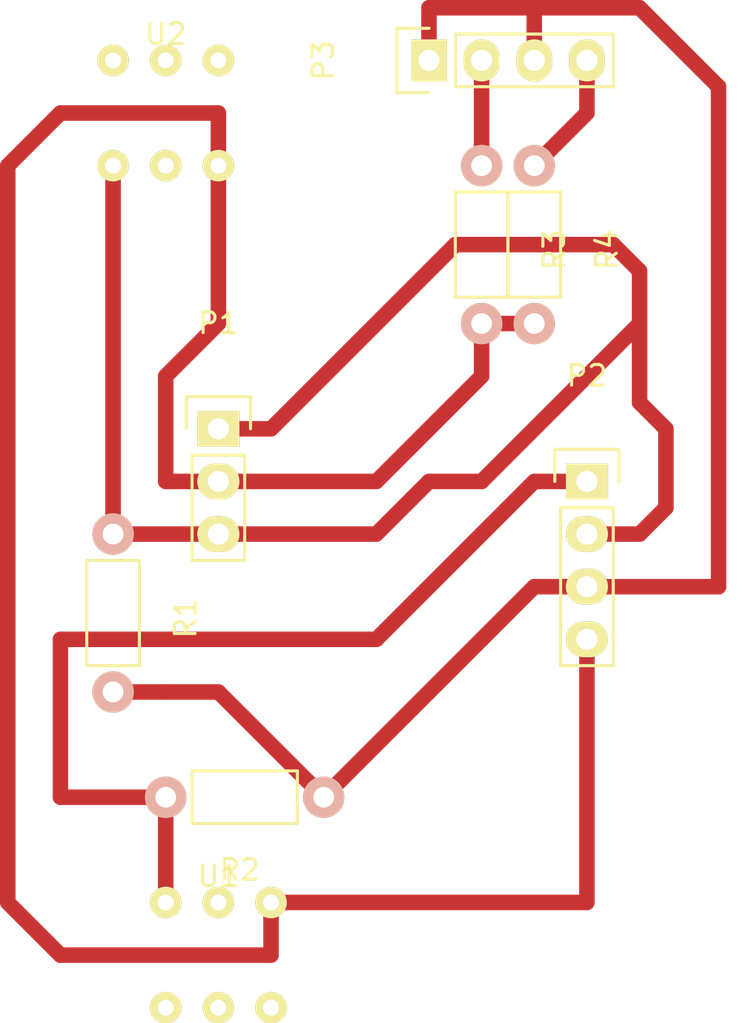
<source format=kicad_pcb>
(kicad_pcb (version 4) (host pcbnew 4.0.2+dfsg1-stable)

  (general
    (links 17)
    (no_connects 0)
    (area 141.664999 101.024999 178.455001 150.822)
    (thickness 1.6)
    (drawings 0)
    (tracks 55)
    (zones 0)
    (modules 9)
    (nets 15)
  )

  (page A4)
  (layers
    (0 F.Cu signal)
    (31 B.Cu signal)
    (32 B.Adhes user)
    (33 F.Adhes user)
    (34 B.Paste user)
    (35 F.Paste user)
    (36 B.SilkS user)
    (37 F.SilkS user)
    (38 B.Mask user)
    (39 F.Mask user)
    (40 Dwgs.User user)
    (41 Cmts.User user)
    (42 Eco1.User user)
    (43 Eco2.User user)
    (44 Edge.Cuts user)
    (45 Margin user)
    (46 B.CrtYd user)
    (47 F.CrtYd user)
    (48 B.Fab user)
    (49 F.Fab user)
  )

  (setup
    (last_trace_width 0.75)
    (trace_clearance 0.2)
    (zone_clearance 0.508)
    (zone_45_only no)
    (trace_min 0.2)
    (segment_width 0.2)
    (edge_width 0.15)
    (via_size 0.6)
    (via_drill 0.4)
    (via_min_size 0.4)
    (via_min_drill 0.3)
    (uvia_size 0.3)
    (uvia_drill 0.1)
    (uvias_allowed no)
    (uvia_min_size 0.2)
    (uvia_min_drill 0.1)
    (pcb_text_width 0.3)
    (pcb_text_size 1.5 1.5)
    (mod_edge_width 0.15)
    (mod_text_size 1 1)
    (mod_text_width 0.15)
    (pad_size 1.524 1.524)
    (pad_drill 0.762)
    (pad_to_mask_clearance 0.2)
    (aux_axis_origin 0 0)
    (visible_elements FFFFFF7F)
    (pcbplotparams
      (layerselection 0x00000_00000001)
      (usegerberextensions false)
      (excludeedgelayer true)
      (linewidth 0.100000)
      (plotframeref false)
      (viasonmask false)
      (mode 1)
      (useauxorigin false)
      (hpglpennumber 1)
      (hpglpenspeed 20)
      (hpglpendiameter 15)
      (hpglpenoverlay 2)
      (psnegative false)
      (psa4output false)
      (plotreference true)
      (plotvalue true)
      (plotinvisibletext false)
      (padsonsilk false)
      (subtractmaskfromsilk false)
      (outputformat 1)
      (mirror false)
      (drillshape 0)
      (scaleselection 1)
      (outputdirectory ""))
  )

  (net 0 "")
  (net 1 "Net-(P1-Pad1)")
  (net 2 "Net-(P1-Pad2)")
  (net 3 "Net-(P2-Pad1)")
  (net 4 "Net-(P2-Pad3)")
  (net 5 "Net-(P3-Pad2)")
  (net 6 "Net-(P3-Pad4)")
  (net 7 "Net-(U1-Pad2)")
  (net 8 "Net-(U1-Pad4)")
  (net 9 "Net-(U1-Pad5)")
  (net 10 "Net-(U1-Pad6)")
  (net 11 "Net-(U2-Pad1)")
  (net 12 "Net-(U2-Pad2)")
  (net 13 "Net-(U2-Pad3)")
  (net 14 "Net-(U2-Pad5)")

  (net_class Default "This is the default net class."
    (clearance 0.2)
    (trace_width 0.75)
    (via_dia 0.6)
    (via_drill 0.4)
    (uvia_dia 0.3)
    (uvia_drill 0.1)
    (add_net "Net-(P1-Pad1)")
    (add_net "Net-(P1-Pad2)")
    (add_net "Net-(P2-Pad1)")
    (add_net "Net-(P2-Pad3)")
    (add_net "Net-(P3-Pad2)")
    (add_net "Net-(P3-Pad4)")
    (add_net "Net-(U1-Pad2)")
    (add_net "Net-(U1-Pad4)")
    (add_net "Net-(U1-Pad5)")
    (add_net "Net-(U1-Pad6)")
    (add_net "Net-(U2-Pad1)")
    (add_net "Net-(U2-Pad2)")
    (add_net "Net-(U2-Pad3)")
    (add_net "Net-(U2-Pad5)")
  )

  (module Pin_Headers:Pin_Header_Straight_1x03 (layer F.Cu) (tedit 0) (tstamp 574174F5)
    (at 152.4 121.92)
    (descr "Through hole pin header")
    (tags "pin header")
    (path /574172D3)
    (fp_text reference P1 (at 0 -5.1) (layer F.SilkS)
      (effects (font (size 1 1) (thickness 0.15)))
    )
    (fp_text value mass_start (at 0 -3.1) (layer F.Fab)
      (effects (font (size 1 1) (thickness 0.15)))
    )
    (fp_line (start -1.75 -1.75) (end -1.75 6.85) (layer F.CrtYd) (width 0.05))
    (fp_line (start 1.75 -1.75) (end 1.75 6.85) (layer F.CrtYd) (width 0.05))
    (fp_line (start -1.75 -1.75) (end 1.75 -1.75) (layer F.CrtYd) (width 0.05))
    (fp_line (start -1.75 6.85) (end 1.75 6.85) (layer F.CrtYd) (width 0.05))
    (fp_line (start -1.27 1.27) (end -1.27 6.35) (layer F.SilkS) (width 0.15))
    (fp_line (start -1.27 6.35) (end 1.27 6.35) (layer F.SilkS) (width 0.15))
    (fp_line (start 1.27 6.35) (end 1.27 1.27) (layer F.SilkS) (width 0.15))
    (fp_line (start 1.55 -1.55) (end 1.55 0) (layer F.SilkS) (width 0.15))
    (fp_line (start 1.27 1.27) (end -1.27 1.27) (layer F.SilkS) (width 0.15))
    (fp_line (start -1.55 0) (end -1.55 -1.55) (layer F.SilkS) (width 0.15))
    (fp_line (start -1.55 -1.55) (end 1.55 -1.55) (layer F.SilkS) (width 0.15))
    (pad 1 thru_hole rect (at 0 0) (size 2.032 1.7272) (drill 1.016) (layers *.Cu *.Mask F.SilkS)
      (net 1 "Net-(P1-Pad1)"))
    (pad 2 thru_hole oval (at 0 2.54) (size 2.032 1.7272) (drill 1.016) (layers *.Cu *.Mask F.SilkS)
      (net 2 "Net-(P1-Pad2)"))
    (pad 3 thru_hole oval (at 0 5.08) (size 2.032 1.7272) (drill 1.016) (layers *.Cu *.Mask F.SilkS)
      (net 1 "Net-(P1-Pad1)"))
    (model Pin_Headers.3dshapes/Pin_Header_Straight_1x03.wrl
      (at (xyz 0 -0.1 0))
      (scale (xyz 1 1 1))
      (rotate (xyz 0 0 90))
    )
  )

  (module Pin_Headers:Pin_Header_Straight_1x04 (layer F.Cu) (tedit 0) (tstamp 574174FD)
    (at 170.18 124.46)
    (descr "Through hole pin header")
    (tags "pin header")
    (path /57417557)
    (fp_text reference P2 (at 0 -5.1) (layer F.SilkS)
      (effects (font (size 1 1) (thickness 0.15)))
    )
    (fp_text value VCC/GND/Start/Stop (at 0 -3.1) (layer F.Fab)
      (effects (font (size 1 1) (thickness 0.15)))
    )
    (fp_line (start -1.75 -1.75) (end -1.75 9.4) (layer F.CrtYd) (width 0.05))
    (fp_line (start 1.75 -1.75) (end 1.75 9.4) (layer F.CrtYd) (width 0.05))
    (fp_line (start -1.75 -1.75) (end 1.75 -1.75) (layer F.CrtYd) (width 0.05))
    (fp_line (start -1.75 9.4) (end 1.75 9.4) (layer F.CrtYd) (width 0.05))
    (fp_line (start -1.27 1.27) (end -1.27 8.89) (layer F.SilkS) (width 0.15))
    (fp_line (start 1.27 1.27) (end 1.27 8.89) (layer F.SilkS) (width 0.15))
    (fp_line (start 1.55 -1.55) (end 1.55 0) (layer F.SilkS) (width 0.15))
    (fp_line (start -1.27 8.89) (end 1.27 8.89) (layer F.SilkS) (width 0.15))
    (fp_line (start 1.27 1.27) (end -1.27 1.27) (layer F.SilkS) (width 0.15))
    (fp_line (start -1.55 0) (end -1.55 -1.55) (layer F.SilkS) (width 0.15))
    (fp_line (start -1.55 -1.55) (end 1.55 -1.55) (layer F.SilkS) (width 0.15))
    (pad 1 thru_hole rect (at 0 0) (size 2.032 1.7272) (drill 1.016) (layers *.Cu *.Mask F.SilkS)
      (net 3 "Net-(P2-Pad1)"))
    (pad 2 thru_hole oval (at 0 2.54) (size 2.032 1.7272) (drill 1.016) (layers *.Cu *.Mask F.SilkS)
      (net 1 "Net-(P1-Pad1)"))
    (pad 3 thru_hole oval (at 0 5.08) (size 2.032 1.7272) (drill 1.016) (layers *.Cu *.Mask F.SilkS)
      (net 4 "Net-(P2-Pad3)"))
    (pad 4 thru_hole oval (at 0 7.62) (size 2.032 1.7272) (drill 1.016) (layers *.Cu *.Mask F.SilkS)
      (net 2 "Net-(P1-Pad2)"))
    (model Pin_Headers.3dshapes/Pin_Header_Straight_1x04.wrl
      (at (xyz 0 -0.15 0))
      (scale (xyz 1 1 1))
      (rotate (xyz 0 0 90))
    )
  )

  (module Pin_Headers:Pin_Header_Straight_1x04 (layer F.Cu) (tedit 0) (tstamp 57417505)
    (at 162.56 104.14 90)
    (descr "Through hole pin header")
    (tags "pin header")
    (path /57417A47)
    (fp_text reference P3 (at 0 -5.1 90) (layer F.SilkS)
      (effects (font (size 1 1) (thickness 0.15)))
    )
    (fp_text value LED (at 0 -3.1 90) (layer F.Fab)
      (effects (font (size 1 1) (thickness 0.15)))
    )
    (fp_line (start -1.75 -1.75) (end -1.75 9.4) (layer F.CrtYd) (width 0.05))
    (fp_line (start 1.75 -1.75) (end 1.75 9.4) (layer F.CrtYd) (width 0.05))
    (fp_line (start -1.75 -1.75) (end 1.75 -1.75) (layer F.CrtYd) (width 0.05))
    (fp_line (start -1.75 9.4) (end 1.75 9.4) (layer F.CrtYd) (width 0.05))
    (fp_line (start -1.27 1.27) (end -1.27 8.89) (layer F.SilkS) (width 0.15))
    (fp_line (start 1.27 1.27) (end 1.27 8.89) (layer F.SilkS) (width 0.15))
    (fp_line (start 1.55 -1.55) (end 1.55 0) (layer F.SilkS) (width 0.15))
    (fp_line (start -1.27 8.89) (end 1.27 8.89) (layer F.SilkS) (width 0.15))
    (fp_line (start 1.27 1.27) (end -1.27 1.27) (layer F.SilkS) (width 0.15))
    (fp_line (start -1.55 0) (end -1.55 -1.55) (layer F.SilkS) (width 0.15))
    (fp_line (start -1.55 -1.55) (end 1.55 -1.55) (layer F.SilkS) (width 0.15))
    (pad 1 thru_hole rect (at 0 0 90) (size 2.032 1.7272) (drill 1.016) (layers *.Cu *.Mask F.SilkS)
      (net 4 "Net-(P2-Pad3)"))
    (pad 2 thru_hole oval (at 0 2.54 90) (size 2.032 1.7272) (drill 1.016) (layers *.Cu *.Mask F.SilkS)
      (net 5 "Net-(P3-Pad2)"))
    (pad 3 thru_hole oval (at 0 5.08 90) (size 2.032 1.7272) (drill 1.016) (layers *.Cu *.Mask F.SilkS)
      (net 4 "Net-(P2-Pad3)"))
    (pad 4 thru_hole oval (at 0 7.62 90) (size 2.032 1.7272) (drill 1.016) (layers *.Cu *.Mask F.SilkS)
      (net 6 "Net-(P3-Pad4)"))
    (model Pin_Headers.3dshapes/Pin_Header_Straight_1x04.wrl
      (at (xyz 0 -0.15 0))
      (scale (xyz 1 1 1))
      (rotate (xyz 0 0 90))
    )
  )

  (module Resistors_ThroughHole:Resistor_Horizontal_RM7mm (layer F.Cu) (tedit 569FCF07) (tstamp 5741750B)
    (at 147.32 127 270)
    (descr "Resistor, Axial,  RM 7.62mm, 1/3W,")
    (tags "Resistor Axial RM 7.62mm 1/3W R3")
    (path /574175AE)
    (fp_text reference R1 (at 4.05892 -3.50012 270) (layer F.SilkS)
      (effects (font (size 1 1) (thickness 0.15)))
    )
    (fp_text value 10k (at 3.81 3.81 270) (layer F.Fab)
      (effects (font (size 1 1) (thickness 0.15)))
    )
    (fp_line (start -1.25 -1.5) (end 8.85 -1.5) (layer F.CrtYd) (width 0.05))
    (fp_line (start -1.25 1.5) (end -1.25 -1.5) (layer F.CrtYd) (width 0.05))
    (fp_line (start 8.85 -1.5) (end 8.85 1.5) (layer F.CrtYd) (width 0.05))
    (fp_line (start -1.25 1.5) (end 8.85 1.5) (layer F.CrtYd) (width 0.05))
    (fp_line (start 1.27 -1.27) (end 6.35 -1.27) (layer F.SilkS) (width 0.15))
    (fp_line (start 6.35 -1.27) (end 6.35 1.27) (layer F.SilkS) (width 0.15))
    (fp_line (start 6.35 1.27) (end 1.27 1.27) (layer F.SilkS) (width 0.15))
    (fp_line (start 1.27 1.27) (end 1.27 -1.27) (layer F.SilkS) (width 0.15))
    (pad 1 thru_hole circle (at 0 0 270) (size 1.99898 1.99898) (drill 1.00076) (layers *.Cu *.SilkS *.Mask)
      (net 1 "Net-(P1-Pad1)"))
    (pad 2 thru_hole circle (at 7.62 0 270) (size 1.99898 1.99898) (drill 1.00076) (layers *.Cu *.SilkS *.Mask)
      (net 4 "Net-(P2-Pad3)"))
  )

  (module Resistors_ThroughHole:Resistor_Horizontal_RM7mm (layer F.Cu) (tedit 569FCF07) (tstamp 57417511)
    (at 157.48 139.7 180)
    (descr "Resistor, Axial,  RM 7.62mm, 1/3W,")
    (tags "Resistor Axial RM 7.62mm 1/3W R3")
    (path /5741799C)
    (fp_text reference R2 (at 4.05892 -3.50012 180) (layer F.SilkS)
      (effects (font (size 1 1) (thickness 0.15)))
    )
    (fp_text value 10k (at 3.81 3.81 180) (layer F.Fab)
      (effects (font (size 1 1) (thickness 0.15)))
    )
    (fp_line (start -1.25 -1.5) (end 8.85 -1.5) (layer F.CrtYd) (width 0.05))
    (fp_line (start -1.25 1.5) (end -1.25 -1.5) (layer F.CrtYd) (width 0.05))
    (fp_line (start 8.85 -1.5) (end 8.85 1.5) (layer F.CrtYd) (width 0.05))
    (fp_line (start -1.25 1.5) (end 8.85 1.5) (layer F.CrtYd) (width 0.05))
    (fp_line (start 1.27 -1.27) (end 6.35 -1.27) (layer F.SilkS) (width 0.15))
    (fp_line (start 6.35 -1.27) (end 6.35 1.27) (layer F.SilkS) (width 0.15))
    (fp_line (start 6.35 1.27) (end 1.27 1.27) (layer F.SilkS) (width 0.15))
    (fp_line (start 1.27 1.27) (end 1.27 -1.27) (layer F.SilkS) (width 0.15))
    (pad 1 thru_hole circle (at 0 0 180) (size 1.99898 1.99898) (drill 1.00076) (layers *.Cu *.SilkS *.Mask)
      (net 4 "Net-(P2-Pad3)"))
    (pad 2 thru_hole circle (at 7.62 0 180) (size 1.99898 1.99898) (drill 1.00076) (layers *.Cu *.SilkS *.Mask)
      (net 3 "Net-(P2-Pad1)"))
  )

  (module Resistors_ThroughHole:Resistor_Horizontal_RM7mm (layer F.Cu) (tedit 569FCF07) (tstamp 57417517)
    (at 165.1 109.22 270)
    (descr "Resistor, Axial,  RM 7.62mm, 1/3W,")
    (tags "Resistor Axial RM 7.62mm 1/3W R3")
    (path /57417C07)
    (fp_text reference R3 (at 4.05892 -3.50012 270) (layer F.SilkS)
      (effects (font (size 1 1) (thickness 0.15)))
    )
    (fp_text value 200 (at 3.81 3.81 270) (layer F.Fab)
      (effects (font (size 1 1) (thickness 0.15)))
    )
    (fp_line (start -1.25 -1.5) (end 8.85 -1.5) (layer F.CrtYd) (width 0.05))
    (fp_line (start -1.25 1.5) (end -1.25 -1.5) (layer F.CrtYd) (width 0.05))
    (fp_line (start 8.85 -1.5) (end 8.85 1.5) (layer F.CrtYd) (width 0.05))
    (fp_line (start -1.25 1.5) (end 8.85 1.5) (layer F.CrtYd) (width 0.05))
    (fp_line (start 1.27 -1.27) (end 6.35 -1.27) (layer F.SilkS) (width 0.15))
    (fp_line (start 6.35 -1.27) (end 6.35 1.27) (layer F.SilkS) (width 0.15))
    (fp_line (start 6.35 1.27) (end 1.27 1.27) (layer F.SilkS) (width 0.15))
    (fp_line (start 1.27 1.27) (end 1.27 -1.27) (layer F.SilkS) (width 0.15))
    (pad 1 thru_hole circle (at 0 0 270) (size 1.99898 1.99898) (drill 1.00076) (layers *.Cu *.SilkS *.Mask)
      (net 5 "Net-(P3-Pad2)"))
    (pad 2 thru_hole circle (at 7.62 0 270) (size 1.99898 1.99898) (drill 1.00076) (layers *.Cu *.SilkS *.Mask)
      (net 2 "Net-(P1-Pad2)"))
  )

  (module Resistors_ThroughHole:Resistor_Horizontal_RM7mm (layer F.Cu) (tedit 569FCF07) (tstamp 5741751D)
    (at 167.64 109.22 270)
    (descr "Resistor, Axial,  RM 7.62mm, 1/3W,")
    (tags "Resistor Axial RM 7.62mm 1/3W R3")
    (path /57417B40)
    (fp_text reference R4 (at 4.05892 -3.50012 270) (layer F.SilkS)
      (effects (font (size 1 1) (thickness 0.15)))
    )
    (fp_text value 200 (at 3.81 3.81 270) (layer F.Fab)
      (effects (font (size 1 1) (thickness 0.15)))
    )
    (fp_line (start -1.25 -1.5) (end 8.85 -1.5) (layer F.CrtYd) (width 0.05))
    (fp_line (start -1.25 1.5) (end -1.25 -1.5) (layer F.CrtYd) (width 0.05))
    (fp_line (start 8.85 -1.5) (end 8.85 1.5) (layer F.CrtYd) (width 0.05))
    (fp_line (start -1.25 1.5) (end 8.85 1.5) (layer F.CrtYd) (width 0.05))
    (fp_line (start 1.27 -1.27) (end 6.35 -1.27) (layer F.SilkS) (width 0.15))
    (fp_line (start 6.35 -1.27) (end 6.35 1.27) (layer F.SilkS) (width 0.15))
    (fp_line (start 6.35 1.27) (end 1.27 1.27) (layer F.SilkS) (width 0.15))
    (fp_line (start 1.27 1.27) (end 1.27 -1.27) (layer F.SilkS) (width 0.15))
    (pad 1 thru_hole circle (at 0 0 270) (size 1.99898 1.99898) (drill 1.00076) (layers *.Cu *.SilkS *.Mask)
      (net 6 "Net-(P3-Pad4)"))
    (pad 2 thru_hole circle (at 7.62 0 270) (size 1.99898 1.99898) (drill 1.00076) (layers *.Cu *.SilkS *.Mask)
      (net 2 "Net-(P1-Pad2)"))
  )

  (module bugs:button (layer F.Cu) (tedit 573994E4) (tstamp 57417527)
    (at 152.4 147.32)
    (path /57417361)
    (fp_text reference U1 (at 0 -3.81) (layer F.SilkS)
      (effects (font (size 1 1) (thickness 0.15)))
    )
    (fp_text value STOP (at 0 -0.5) (layer F.Fab)
      (effects (font (size 1 1) (thickness 0.15)))
    )
    (pad 1 thru_hole circle (at -2.54 -2.54) (size 1.524 1.524) (drill 0.762) (layers *.Cu *.Mask F.SilkS)
      (net 3 "Net-(P2-Pad1)"))
    (pad 2 thru_hole circle (at 0 -2.54) (size 1.524 1.524) (drill 0.762) (layers *.Cu *.Mask F.SilkS)
      (net 7 "Net-(U1-Pad2)"))
    (pad 3 thru_hole circle (at 2.54 -2.54) (size 1.524 1.524) (drill 0.762) (layers *.Cu *.Mask F.SilkS)
      (net 2 "Net-(P1-Pad2)"))
    (pad 4 thru_hole circle (at -2.54 2.54) (size 1.524 1.524) (drill 0.762) (layers *.Cu *.Mask F.SilkS)
      (net 8 "Net-(U1-Pad4)"))
    (pad 5 thru_hole circle (at 0 2.54) (size 1.524 1.524) (drill 0.762) (layers *.Cu *.Mask F.SilkS)
      (net 9 "Net-(U1-Pad5)"))
    (pad 6 thru_hole circle (at 2.54 2.54) (size 1.524 1.524) (drill 0.762) (layers *.Cu *.Mask F.SilkS)
      (net 10 "Net-(U1-Pad6)"))
  )

  (module bugs:button (layer F.Cu) (tedit 573994E4) (tstamp 57417531)
    (at 149.86 106.68)
    (path /574173D9)
    (fp_text reference U2 (at 0 -3.81) (layer F.SilkS)
      (effects (font (size 1 1) (thickness 0.15)))
    )
    (fp_text value START (at 0 -0.5) (layer F.Fab)
      (effects (font (size 1 1) (thickness 0.15)))
    )
    (pad 1 thru_hole circle (at -2.54 -2.54) (size 1.524 1.524) (drill 0.762) (layers *.Cu *.Mask F.SilkS)
      (net 11 "Net-(U2-Pad1)"))
    (pad 2 thru_hole circle (at 0 -2.54) (size 1.524 1.524) (drill 0.762) (layers *.Cu *.Mask F.SilkS)
      (net 12 "Net-(U2-Pad2)"))
    (pad 3 thru_hole circle (at 2.54 -2.54) (size 1.524 1.524) (drill 0.762) (layers *.Cu *.Mask F.SilkS)
      (net 13 "Net-(U2-Pad3)"))
    (pad 4 thru_hole circle (at -2.54 2.54) (size 1.524 1.524) (drill 0.762) (layers *.Cu *.Mask F.SilkS)
      (net 1 "Net-(P1-Pad1)"))
    (pad 5 thru_hole circle (at 0 2.54) (size 1.524 1.524) (drill 0.762) (layers *.Cu *.Mask F.SilkS)
      (net 14 "Net-(U2-Pad5)"))
    (pad 6 thru_hole circle (at 2.54 2.54) (size 1.524 1.524) (drill 0.762) (layers *.Cu *.Mask F.SilkS)
      (net 2 "Net-(P1-Pad2)"))
  )

  (segment (start 152.4 127) (end 160.02 127) (width 0.75) (layer F.Cu) (net 1))
  (segment (start 165.1 124.46) (end 172.72 116.84) (width 0.75) (layer F.Cu) (net 1) (tstamp 5741766D))
  (segment (start 162.56 124.46) (end 165.1 124.46) (width 0.75) (layer F.Cu) (net 1) (tstamp 5741766C))
  (segment (start 160.02 127) (end 162.56 124.46) (width 0.75) (layer F.Cu) (net 1) (tstamp 5741766B))
  (segment (start 152.4 121.92) (end 154.94 121.92) (width 0.75) (layer F.Cu) (net 1))
  (segment (start 154.94 121.92) (end 163.83 113.03) (width 0.75) (layer F.Cu) (net 1) (tstamp 57417640))
  (segment (start 163.83 113.03) (end 171.45 113.03) (width 0.75) (layer F.Cu) (net 1) (tstamp 57417641))
  (segment (start 171.45 113.03) (end 172.72 114.3) (width 0.75) (layer F.Cu) (net 1) (tstamp 57417643))
  (segment (start 172.72 114.3) (end 172.72 116.84) (width 0.75) (layer F.Cu) (net 1) (tstamp 57417644))
  (segment (start 172.72 127) (end 170.18 127) (width 0.75) (layer F.Cu) (net 1) (tstamp 57417648))
  (segment (start 172.72 116.84) (end 172.72 120.65) (width 0.75) (layer F.Cu) (net 1) (tstamp 57417670))
  (segment (start 172.72 120.65) (end 173.99 121.92) (width 0.75) (layer F.Cu) (net 1) (tstamp 57417645))
  (segment (start 173.99 121.92) (end 173.99 125.73) (width 0.75) (layer F.Cu) (net 1) (tstamp 57417646))
  (segment (start 173.99 125.73) (end 172.72 127) (width 0.75) (layer F.Cu) (net 1) (tstamp 57417647))
  (segment (start 147.32 109.22) (end 147.32 127) (width 0.75) (layer F.Cu) (net 1))
  (segment (start 152.4 127) (end 147.32 127) (width 0.75) (layer F.Cu) (net 1))
  (segment (start 154.94 144.78) (end 170.18 144.78) (width 0.75) (layer F.Cu) (net 2))
  (segment (start 170.18 144.78) (end 170.18 132.08) (width 0.75) (layer F.Cu) (net 2) (tstamp 57417653))
  (segment (start 152.4 124.46) (end 160.02 124.46) (width 0.75) (layer F.Cu) (net 2))
  (segment (start 165.1 119.38) (end 165.1 116.84) (width 0.75) (layer F.Cu) (net 2) (tstamp 5741763D))
  (segment (start 160.02 124.46) (end 165.1 119.38) (width 0.75) (layer F.Cu) (net 2) (tstamp 5741763C))
  (segment (start 154.94 144.78) (end 154.94 147.32) (width 0.75) (layer F.Cu) (net 2))
  (segment (start 152.4 106.68) (end 152.4 109.22) (width 0.75) (layer F.Cu) (net 2) (tstamp 57417629))
  (segment (start 144.78 106.68) (end 152.4 106.68) (width 0.75) (layer F.Cu) (net 2) (tstamp 57417628))
  (segment (start 142.24 109.22) (end 144.78 106.68) (width 0.75) (layer F.Cu) (net 2) (tstamp 57417627))
  (segment (start 142.24 144.78) (end 142.24 109.22) (width 0.75) (layer F.Cu) (net 2) (tstamp 57417626))
  (segment (start 144.78 147.32) (end 142.24 144.78) (width 0.75) (layer F.Cu) (net 2) (tstamp 57417625))
  (segment (start 154.94 147.32) (end 144.78 147.32) (width 0.75) (layer F.Cu) (net 2) (tstamp 57417624))
  (segment (start 165.1 116.84) (end 167.64 116.84) (width 0.75) (layer F.Cu) (net 2))
  (segment (start 152.4 109.22) (end 152.4 116.84) (width 0.75) (layer F.Cu) (net 2))
  (segment (start 149.86 124.46) (end 152.4 124.46) (width 0.75) (layer F.Cu) (net 2) (tstamp 57417611))
  (segment (start 149.86 119.38) (end 149.86 124.46) (width 0.75) (layer F.Cu) (net 2) (tstamp 57417610))
  (segment (start 152.4 116.84) (end 149.86 119.38) (width 0.75) (layer F.Cu) (net 2) (tstamp 5741760F))
  (segment (start 170.18 124.46) (end 167.64 124.46) (width 0.75) (layer F.Cu) (net 3))
  (segment (start 144.78 139.7) (end 149.86 139.7) (width 0.75) (layer F.Cu) (net 3) (tstamp 57417668))
  (segment (start 144.78 132.08) (end 144.78 139.7) (width 0.75) (layer F.Cu) (net 3) (tstamp 57417667))
  (segment (start 160.02 132.08) (end 144.78 132.08) (width 0.75) (layer F.Cu) (net 3) (tstamp 57417665))
  (segment (start 167.64 124.46) (end 160.02 132.08) (width 0.75) (layer F.Cu) (net 3) (tstamp 57417664))
  (segment (start 149.86 139.7) (end 149.86 144.78) (width 0.75) (layer F.Cu) (net 3))
  (segment (start 157.48 139.7) (end 165.1 132.08) (width 0.75) (layer F.Cu) (net 4))
  (segment (start 167.64 129.54) (end 170.18 129.54) (width 0.75) (layer F.Cu) (net 4) (tstamp 57417657))
  (segment (start 165.1 132.08) (end 167.64 129.54) (width 0.75) (layer F.Cu) (net 4) (tstamp 57417656))
  (segment (start 167.64 101.6) (end 172.72 101.6) (width 0.75) (layer F.Cu) (net 4))
  (segment (start 172.72 101.6) (end 176.53 105.41) (width 0.75) (layer F.Cu) (net 4) (tstamp 5741764C))
  (segment (start 176.53 105.41) (end 176.53 129.54) (width 0.75) (layer F.Cu) (net 4) (tstamp 5741764D))
  (segment (start 176.53 129.54) (end 170.18 129.54) (width 0.75) (layer F.Cu) (net 4) (tstamp 5741764F))
  (segment (start 167.64 104.14) (end 167.64 101.6) (width 0.75) (layer F.Cu) (net 4))
  (segment (start 162.56 101.6) (end 162.56 104.14) (width 0.75) (layer F.Cu) (net 4) (tstamp 57417620))
  (segment (start 167.64 101.6) (end 162.56 101.6) (width 0.75) (layer F.Cu) (net 4) (tstamp 5741761F))
  (segment (start 147.32 134.62) (end 149.86 134.62) (width 0.75) (layer F.Cu) (net 4))
  (segment (start 152.4 134.62) (end 157.48 139.7) (width 0.75) (layer F.Cu) (net 4) (tstamp 574175FD))
  (segment (start 149.86 134.62) (end 152.4 134.62) (width 0.75) (layer F.Cu) (net 4))
  (segment (start 165.1 104.14) (end 165.1 109.22) (width 0.75) (layer F.Cu) (net 5))
  (segment (start 167.64 109.22) (end 170.18 106.68) (width 0.75) (layer F.Cu) (net 6))
  (segment (start 170.18 106.68) (end 170.18 104.14) (width 0.75) (layer F.Cu) (net 6) (tstamp 5741761A))

)

</source>
